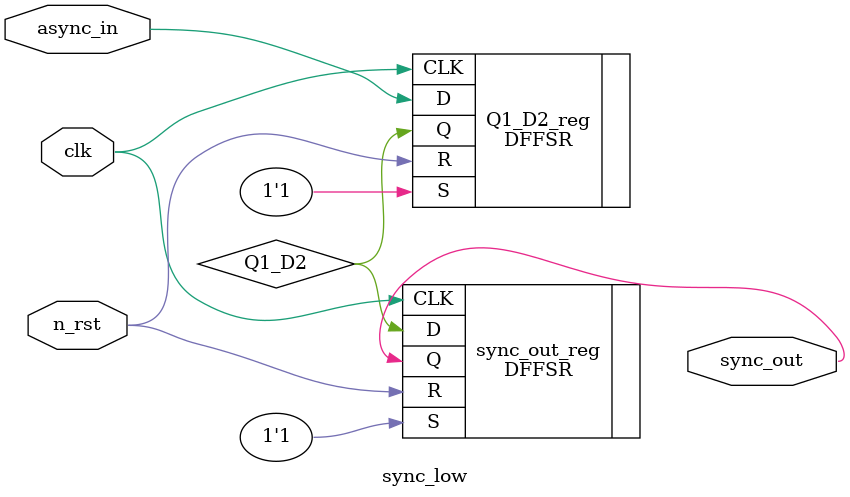
<source format=v>


module sync_low ( clk, n_rst, async_in, sync_out );
  input clk, n_rst, async_in;
  output sync_out;
  wire   Q1_D2;

  DFFSR Q1_D2_reg ( .D(async_in), .CLK(clk), .R(n_rst), .S(1'b1), .Q(Q1_D2) );
  DFFSR sync_out_reg ( .D(Q1_D2), .CLK(clk), .R(n_rst), .S(1'b1), .Q(sync_out)
         );
endmodule


</source>
